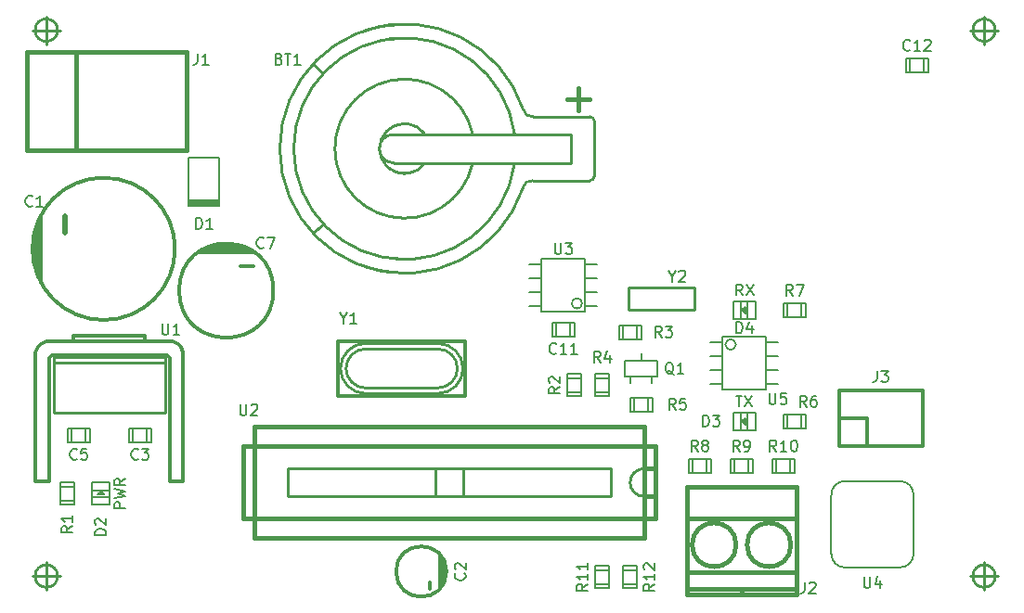
<source format=gbr>
G04 #@! TF.FileFunction,Legend,Top*
%FSLAX46Y46*%
G04 Gerber Fmt 4.6, Leading zero omitted, Abs format (unit mm)*
G04 Created by KiCad (PCBNEW 4.0.6) date 06/21/17 16:43:10*
%MOMM*%
%LPD*%
G01*
G04 APERTURE LIST*
%ADD10C,0.100000*%
%ADD11C,0.254000*%
%ADD12C,0.398780*%
%ADD13C,0.304800*%
%ADD14C,0.500000*%
%ADD15C,0.300000*%
%ADD16C,0.127000*%
%ADD17C,0.381000*%
%ADD18C,0.150000*%
%ADD19C,0.299720*%
G04 APERTURE END LIST*
D10*
D11*
X22200000Y-70780000D02*
X22200000Y-73320000D01*
X20930000Y-72050000D02*
X23470000Y-72050000D01*
X23223907Y-72050000D02*
G75*
G03X23223907Y-72050000I-1023907J0D01*
G01*
X46507400Y-40741600D02*
X47421800Y-39903400D01*
X46507400Y-25298400D02*
X47447200Y-26162000D01*
X56692800Y-31648400D02*
G75*
G03X53492400Y-31191200I-1828800J-1371600D01*
G01*
X53492400Y-34848800D02*
G75*
G03X56692800Y-34391600I1371600J1828800D01*
G01*
X52578000Y-33020000D02*
G75*
G03X54864000Y-35306000I2286000J0D01*
G01*
X54864000Y-30734000D02*
G75*
G03X52578000Y-33020000I0J-2286000D01*
G01*
X53492400Y-39217600D02*
G75*
G03X61061600Y-34391600I1371600J6197600D01*
G01*
X61061600Y-31623000D02*
G75*
G03X53467000Y-26822400I-6197600J-1397000D01*
G01*
X48514000Y-33020000D02*
G75*
G03X54864000Y-39370000I6350000J0D01*
G01*
X54838600Y-26670000D02*
G75*
G03X48514000Y-33045400I25400J-6350000D01*
G01*
X64897000Y-31673800D02*
G75*
G03X53517800Y-22987000I-10033000J-1346200D01*
G01*
X53517800Y-43053000D02*
G75*
G03X64897000Y-34366200I1346200J10033000D01*
G01*
X44754800Y-33020000D02*
G75*
G03X54864000Y-43129200I10109200J0D01*
G01*
X54864000Y-22910800D02*
G75*
G03X44754800Y-33020000I0J-10109200D01*
G01*
X66548000Y-30099000D02*
X71755000Y-30099000D01*
X65684400Y-29438600D02*
G75*
G03X51282600Y-22199600I-10820400J-3581400D01*
G01*
X71755000Y-35941000D02*
X66548000Y-35941000D01*
X51257200Y-43815000D02*
G75*
G03X65659000Y-36626800I3606800J10795000D01*
G01*
X72186800Y-30480000D02*
X72186800Y-35509200D01*
X43484800Y-33020000D02*
G75*
G03X54864000Y-44399200I11379200J0D01*
G01*
X54864000Y-21640800D02*
G75*
G03X43484800Y-33020000I0J-11379200D01*
G01*
X70063360Y-34320480D02*
X53863240Y-34320480D01*
X53863240Y-31719520D02*
X70063360Y-31719520D01*
X65709800Y-29464000D02*
G75*
G03X66598800Y-30099000I762000J127000D01*
G01*
X66548000Y-35941000D02*
G75*
G03X65659000Y-36576000I-127000J-762000D01*
G01*
D12*
X69702680Y-28511500D02*
X71704200Y-28511500D01*
X70705980Y-29514800D02*
X70705980Y-27510740D01*
D11*
X52562760Y-33020000D02*
G75*
G03X53863240Y-34320480I1300480J0D01*
G01*
X53863240Y-31719520D02*
G75*
G03X52562760Y-33020000I0J-1300480D01*
G01*
X70070980Y-31719520D02*
X70070980Y-34320480D01*
X71777860Y-35928300D02*
G75*
G03X72179180Y-35526980I0J401320D01*
G01*
X72179180Y-30513020D02*
G75*
G03X71777860Y-30111700I-401320J0D01*
G01*
D13*
X33932000Y-42164000D02*
G75*
G03X33932000Y-42164000I-6500000J0D01*
G01*
X21732000Y-45264000D02*
X21732000Y-39064000D01*
X21532000Y-39764000D02*
X21532000Y-44564000D01*
X21332000Y-40164000D02*
X21332000Y-44164000D01*
X21132000Y-43564000D02*
X21132000Y-40764000D01*
D14*
X23932000Y-40664000D02*
X23932000Y-39164000D01*
D13*
X58488000Y-70928000D02*
X58488000Y-72328000D01*
X58288000Y-70428000D02*
X58288000Y-72828000D01*
X58088000Y-70128000D02*
X58088000Y-73128000D01*
D15*
X57188000Y-72628000D02*
X57188000Y-73228000D01*
D13*
X58688000Y-71628000D02*
G75*
G03X58688000Y-71628000I-2300000J0D01*
G01*
D16*
X31369000Y-58547000D02*
X31369000Y-59817000D01*
X30099000Y-58547000D02*
X30099000Y-59791600D01*
X29718000Y-58547000D02*
X31750000Y-58547000D01*
X31750000Y-58547000D02*
X31750000Y-59817000D01*
X31750000Y-59817000D02*
X29718000Y-59817000D01*
X29718000Y-59817000D02*
X29718000Y-58547000D01*
X24511000Y-59817000D02*
X24511000Y-58547000D01*
X25781000Y-59817000D02*
X25781000Y-58572400D01*
X26162000Y-59817000D02*
X24130000Y-59817000D01*
X24130000Y-59817000D02*
X24130000Y-58547000D01*
X24130000Y-58547000D02*
X26162000Y-58547000D01*
X26162000Y-58547000D02*
X26162000Y-59817000D01*
D13*
X36208000Y-42474000D02*
X41008000Y-42474000D01*
X42908000Y-45974000D02*
G75*
G03X42908000Y-45974000I-4300000J0D01*
G01*
X36808000Y-42274000D02*
X40408000Y-42274000D01*
X37208000Y-42074000D02*
X40008000Y-42074000D01*
X37808000Y-41874000D02*
X39508000Y-41874000D01*
D15*
X39908000Y-43774000D02*
X41108000Y-43774000D01*
D16*
X68707000Y-50165000D02*
X68707000Y-48895000D01*
X69977000Y-50165000D02*
X69977000Y-48920400D01*
X70358000Y-50165000D02*
X68326000Y-50165000D01*
X68326000Y-50165000D02*
X68326000Y-48895000D01*
X68326000Y-48895000D02*
X70358000Y-48895000D01*
X70358000Y-48895000D02*
X70358000Y-50165000D01*
X102235000Y-24765000D02*
X102235000Y-26035000D01*
X100965000Y-24765000D02*
X100965000Y-26009600D01*
X100584000Y-24765000D02*
X102616000Y-24765000D01*
X102616000Y-24765000D02*
X102616000Y-26035000D01*
X102616000Y-26035000D02*
X100584000Y-26035000D01*
X100584000Y-26035000D02*
X100584000Y-24765000D01*
X35176460Y-38168580D02*
X37975540Y-38168580D01*
X37975540Y-38066980D02*
X35176460Y-38066980D01*
X35176460Y-37967920D02*
X37975540Y-37967920D01*
X37975540Y-37868860D02*
X35176460Y-37868860D01*
X37975540Y-37767260D02*
X35176460Y-37767260D01*
X37975540Y-38267640D02*
X37975540Y-33868360D01*
X37975540Y-33868360D02*
X35176460Y-33868360D01*
X35176460Y-33868360D02*
X35176460Y-38267640D01*
X35176460Y-38267640D02*
X37975540Y-38267640D01*
X27178000Y-64315340D02*
X26878280Y-64615060D01*
X26878280Y-64615060D02*
X27477720Y-64615060D01*
X27477720Y-64615060D02*
X27178000Y-64315340D01*
X27277060Y-64416940D02*
X27078940Y-64416940D01*
X26977340Y-64516000D02*
X27378660Y-64516000D01*
X27978100Y-64216280D02*
X26377900Y-64216280D01*
X26377900Y-64815720D02*
X27978100Y-64815720D01*
X26377900Y-65516760D02*
X26377900Y-63515240D01*
X26377900Y-63515240D02*
X27978100Y-63515240D01*
X27978100Y-63515240D02*
X27978100Y-65516760D01*
X27978100Y-65516760D02*
X26377900Y-65516760D01*
X85651340Y-57912000D02*
X85951060Y-58211720D01*
X85951060Y-58211720D02*
X85951060Y-57612280D01*
X85951060Y-57612280D02*
X85651340Y-57912000D01*
X85752940Y-57812940D02*
X85752940Y-58011060D01*
X85852000Y-58112660D02*
X85852000Y-57711340D01*
X85552280Y-57111900D02*
X85552280Y-58712100D01*
X86151720Y-58712100D02*
X86151720Y-57111900D01*
X86852760Y-58712100D02*
X84851240Y-58712100D01*
X84851240Y-58712100D02*
X84851240Y-57111900D01*
X84851240Y-57111900D02*
X86852760Y-57111900D01*
X86852760Y-57111900D02*
X86852760Y-58712100D01*
X85651340Y-47752000D02*
X85951060Y-48051720D01*
X85951060Y-48051720D02*
X85951060Y-47452280D01*
X85951060Y-47452280D02*
X85651340Y-47752000D01*
X85752940Y-47652940D02*
X85752940Y-47851060D01*
X85852000Y-47952660D02*
X85852000Y-47551340D01*
X85552280Y-46951900D02*
X85552280Y-48552100D01*
X86151720Y-48552100D02*
X86151720Y-46951900D01*
X86852760Y-48552100D02*
X84851240Y-48552100D01*
X84851240Y-48552100D02*
X84851240Y-46951900D01*
X84851240Y-46951900D02*
X86852760Y-46951900D01*
X86852760Y-46951900D02*
X86852760Y-48552100D01*
D17*
X24886920Y-24201120D02*
X24886920Y-33202880D01*
X20386040Y-24201120D02*
X20386040Y-33202880D01*
X20386040Y-33202880D02*
X34985960Y-33202880D01*
X34985960Y-33202880D02*
X34985960Y-24201120D01*
X34985960Y-24201120D02*
X20386040Y-24201120D01*
X85598000Y-73188000D02*
X85598000Y-73688000D01*
X90098000Y-69188000D02*
G75*
G03X90098000Y-69188000I-2000000J0D01*
G01*
X85098000Y-69188000D02*
G75*
G03X85098000Y-69188000I-2000000J0D01*
G01*
X80598000Y-71688000D02*
X90598000Y-71688000D01*
X80598000Y-66788000D02*
X90598000Y-66788000D01*
X80598000Y-73188000D02*
X90598000Y-73188000D01*
X80598000Y-73688000D02*
X90598000Y-73688000D01*
X90598000Y-73688000D02*
X90598000Y-63888000D01*
X90598000Y-63888000D02*
X80598000Y-63888000D01*
X80598000Y-63888000D02*
X80598000Y-73688000D01*
D13*
X94488000Y-55118000D02*
X102108000Y-55118000D01*
X102108000Y-55118000D02*
X102108000Y-60198000D01*
X102108000Y-60198000D02*
X94488000Y-60198000D01*
X94488000Y-57658000D02*
X97028000Y-57658000D01*
X97028000Y-57658000D02*
X97028000Y-60198000D01*
X94488000Y-55118000D02*
X94488000Y-60198000D01*
D16*
X77406500Y-53784500D02*
X77406500Y-54444900D01*
X75501500Y-53784500D02*
X75501500Y-54444900D01*
X76454000Y-52387500D02*
X76454000Y-51727100D01*
X74955400Y-52387500D02*
X77952600Y-52387500D01*
X77952600Y-52387500D02*
X77952600Y-53784500D01*
X77952600Y-53784500D02*
X74955400Y-53784500D01*
X74955400Y-53784500D02*
X74955400Y-52387500D01*
X24765000Y-65151000D02*
X23495000Y-65151000D01*
X24765000Y-63881000D02*
X23520400Y-63881000D01*
X24765000Y-63500000D02*
X24765000Y-65532000D01*
X24765000Y-65532000D02*
X23495000Y-65532000D01*
X23495000Y-65532000D02*
X23495000Y-63500000D01*
X23495000Y-63500000D02*
X24765000Y-63500000D01*
X69723000Y-53975000D02*
X70993000Y-53975000D01*
X69723000Y-55245000D02*
X70967600Y-55245000D01*
X69723000Y-55626000D02*
X69723000Y-53594000D01*
X69723000Y-53594000D02*
X70993000Y-53594000D01*
X70993000Y-53594000D02*
X70993000Y-55626000D01*
X70993000Y-55626000D02*
X69723000Y-55626000D01*
X76073000Y-49149000D02*
X76073000Y-50419000D01*
X74803000Y-49149000D02*
X74803000Y-50393600D01*
X74422000Y-49149000D02*
X76454000Y-49149000D01*
X76454000Y-49149000D02*
X76454000Y-50419000D01*
X76454000Y-50419000D02*
X74422000Y-50419000D01*
X74422000Y-50419000D02*
X74422000Y-49149000D01*
X72263000Y-53975000D02*
X73533000Y-53975000D01*
X72263000Y-55245000D02*
X73507600Y-55245000D01*
X72263000Y-55626000D02*
X72263000Y-53594000D01*
X72263000Y-53594000D02*
X73533000Y-53594000D01*
X73533000Y-53594000D02*
X73533000Y-55626000D01*
X73533000Y-55626000D02*
X72263000Y-55626000D01*
X75819000Y-57023000D02*
X75819000Y-55753000D01*
X77089000Y-57023000D02*
X77089000Y-55778400D01*
X77470000Y-57023000D02*
X75438000Y-57023000D01*
X75438000Y-57023000D02*
X75438000Y-55753000D01*
X75438000Y-55753000D02*
X77470000Y-55753000D01*
X77470000Y-55753000D02*
X77470000Y-57023000D01*
X89789000Y-58547000D02*
X89789000Y-57277000D01*
X91059000Y-58547000D02*
X91059000Y-57302400D01*
X91440000Y-58547000D02*
X89408000Y-58547000D01*
X89408000Y-58547000D02*
X89408000Y-57277000D01*
X89408000Y-57277000D02*
X91440000Y-57277000D01*
X91440000Y-57277000D02*
X91440000Y-58547000D01*
X89789000Y-48387000D02*
X89789000Y-47117000D01*
X91059000Y-48387000D02*
X91059000Y-47142400D01*
X91440000Y-48387000D02*
X89408000Y-48387000D01*
X89408000Y-48387000D02*
X89408000Y-47117000D01*
X89408000Y-47117000D02*
X91440000Y-47117000D01*
X91440000Y-47117000D02*
X91440000Y-48387000D01*
X82423000Y-61341000D02*
X82423000Y-62611000D01*
X81153000Y-61341000D02*
X81153000Y-62585600D01*
X80772000Y-61341000D02*
X82804000Y-61341000D01*
X82804000Y-61341000D02*
X82804000Y-62611000D01*
X82804000Y-62611000D02*
X80772000Y-62611000D01*
X80772000Y-62611000D02*
X80772000Y-61341000D01*
X86233000Y-61341000D02*
X86233000Y-62611000D01*
X84963000Y-61341000D02*
X84963000Y-62585600D01*
X84582000Y-61341000D02*
X86614000Y-61341000D01*
X86614000Y-61341000D02*
X86614000Y-62611000D01*
X86614000Y-62611000D02*
X84582000Y-62611000D01*
X84582000Y-62611000D02*
X84582000Y-61341000D01*
X90043000Y-61341000D02*
X90043000Y-62611000D01*
X88773000Y-61341000D02*
X88773000Y-62585600D01*
X88392000Y-61341000D02*
X90424000Y-61341000D01*
X90424000Y-61341000D02*
X90424000Y-62611000D01*
X90424000Y-62611000D02*
X88392000Y-62611000D01*
X88392000Y-62611000D02*
X88392000Y-61341000D01*
D13*
X24688800Y-50609500D02*
X24688800Y-50109120D01*
X24688800Y-50109120D02*
X31191200Y-50109120D01*
X31191200Y-50109120D02*
X31191200Y-50609500D01*
X22440900Y-63360300D02*
X22440900Y-52110640D01*
X22440900Y-52110640D02*
X22689820Y-51859180D01*
X22689820Y-51859180D02*
X33190180Y-51859180D01*
X33190180Y-51859180D02*
X33439100Y-52110640D01*
X33439100Y-52110640D02*
X33439100Y-63360300D01*
X21191220Y-51610260D02*
X21191220Y-63360300D01*
X33690560Y-50609500D02*
X22189440Y-50609500D01*
X33690560Y-50609500D02*
X34190940Y-50860960D01*
X34190940Y-50860960D02*
X34439860Y-51109880D01*
X34439860Y-51109880D02*
X34688780Y-51610260D01*
X34688780Y-51610260D02*
X34688780Y-63360300D01*
X21191220Y-51610260D02*
X21440140Y-51109880D01*
X21440140Y-51109880D02*
X21689060Y-50860960D01*
X21689060Y-50860960D02*
X22189440Y-50609500D01*
X34688780Y-63360300D02*
X33439100Y-63360300D01*
X22440900Y-63360300D02*
X21191220Y-63360300D01*
D11*
X22860000Y-52578000D02*
X33020000Y-52578000D01*
X22860000Y-53340000D02*
X22860000Y-57150000D01*
X22860000Y-57150000D02*
X33020000Y-57150000D01*
X33020000Y-57150000D02*
X33020000Y-52070000D01*
X33020000Y-52070000D02*
X22860000Y-52070000D01*
X22860000Y-52070000D02*
X22860000Y-53340000D01*
D17*
X76708000Y-68580000D02*
X41148000Y-68580000D01*
X40132000Y-66802000D02*
X77724000Y-66802000D01*
X76708000Y-58420000D02*
X41148000Y-58420000D01*
X40132000Y-60198000D02*
X77724000Y-60198000D01*
D11*
X73660000Y-62230000D02*
X44196000Y-62230000D01*
X44196000Y-64770000D02*
X73660000Y-64770000D01*
X57658000Y-64770000D02*
X57658000Y-62230000D01*
X60198000Y-64770000D02*
X60198000Y-62230000D01*
D17*
X76708000Y-64770000D02*
X76708000Y-62230000D01*
D11*
X75438000Y-63500000D02*
G75*
G03X76708000Y-64770000I1270000J0D01*
G01*
X76708000Y-62230000D02*
G75*
G03X75438000Y-63500000I0J-1270000D01*
G01*
D17*
X76708000Y-62230000D02*
X77724000Y-62230000D01*
X76708000Y-64770000D02*
X77724000Y-64770000D01*
D11*
X73660000Y-64770000D02*
X73660000Y-62230000D01*
X44196000Y-62230000D02*
X44196000Y-64770000D01*
D17*
X41148000Y-68580000D02*
X41148000Y-58420000D01*
X76708000Y-58420000D02*
X76708000Y-68580000D01*
X40132000Y-66802000D02*
X40132000Y-60198000D01*
X77724000Y-60198000D02*
X77724000Y-66802000D01*
D16*
X67360800Y-47879000D02*
X71323200Y-47879000D01*
X71323200Y-47879000D02*
X71323200Y-43053000D01*
X71323200Y-43053000D02*
X67360800Y-43053000D01*
X67360800Y-43053000D02*
X67360800Y-47879000D01*
X67360800Y-47371000D02*
X66268600Y-47371000D01*
X67360800Y-46101000D02*
X66268600Y-46101000D01*
X67360800Y-44831000D02*
X66268600Y-44831000D01*
X66268600Y-43561000D02*
X67360800Y-43561000D01*
X71323200Y-43561000D02*
X72415400Y-43561000D01*
X72415400Y-44831000D02*
X71323200Y-44831000D01*
X72415400Y-46101000D02*
X71323200Y-46101000D01*
X72415400Y-47371000D02*
X71323200Y-47371000D01*
X71059067Y-47142400D02*
G75*
G03X71059067Y-47142400I-472467J0D01*
G01*
D18*
X101286000Y-70010000D02*
X101286000Y-64660000D01*
X100036000Y-71260000D02*
G75*
G03X101286000Y-70010000I0J1250000D01*
G01*
X95036000Y-71260000D02*
X100036000Y-71260000D01*
X93786000Y-70010000D02*
G75*
G03X95036000Y-71260000I1250000J0D01*
G01*
X93786000Y-64660000D02*
X93786000Y-70010000D01*
X101286000Y-64660000D02*
G75*
G03X100086000Y-63360000I-1250000J50000D01*
G01*
X94986000Y-63360000D02*
X100086000Y-63360000D01*
X94986000Y-63360000D02*
G75*
G03X93786000Y-64660000I50000J-1250000D01*
G01*
D16*
X87833200Y-50165000D02*
X83870800Y-50165000D01*
X83870800Y-50165000D02*
X83870800Y-54991000D01*
X83870800Y-54991000D02*
X87833200Y-54991000D01*
X87833200Y-54991000D02*
X87833200Y-50165000D01*
X87833200Y-50673000D02*
X88925400Y-50673000D01*
X87833200Y-51943000D02*
X88925400Y-51943000D01*
X87833200Y-53213000D02*
X88925400Y-53213000D01*
X88925400Y-54483000D02*
X87833200Y-54483000D01*
X83870800Y-54483000D02*
X82778600Y-54483000D01*
X82778600Y-53213000D02*
X83870800Y-53213000D01*
X82778600Y-51943000D02*
X83870800Y-51943000D01*
X82778600Y-50673000D02*
X83870800Y-50673000D01*
X85079867Y-50901600D02*
G75*
G03X85079867Y-50901600I-472467J0D01*
G01*
D19*
X60408820Y-55585360D02*
X60408820Y-50586640D01*
X60408820Y-50586640D02*
X48811180Y-50586640D01*
X48811180Y-50586640D02*
X48811180Y-55585360D01*
X48811180Y-55585360D02*
X60408820Y-55585360D01*
D11*
X49022000Y-53086000D02*
G75*
G03X51308000Y-55372000I2286000J0D01*
G01*
X57912000Y-51308000D02*
X51308000Y-51308000D01*
X51308000Y-54864000D02*
X57912000Y-54864000D01*
X51308000Y-51308000D02*
G75*
G03X49530000Y-53086000I0J-1778000D01*
G01*
X49530000Y-53086000D02*
G75*
G03X51308000Y-54864000I1778000J0D01*
G01*
X59690000Y-53086000D02*
G75*
G03X57912000Y-51308000I-1778000J0D01*
G01*
X57912000Y-54864000D02*
G75*
G03X59690000Y-53086000I0J1778000D01*
G01*
X51308000Y-50800000D02*
G75*
G03X49022000Y-53086000I0J-2286000D01*
G01*
X51308000Y-50800000D02*
X57912000Y-50800000D01*
X57912000Y-55372000D02*
X51308000Y-55372000D01*
X60198000Y-53086000D02*
G75*
G03X57912000Y-50800000I-2286000J0D01*
G01*
X57912000Y-55372000D02*
G75*
G03X60198000Y-53086000I0J2286000D01*
G01*
X75278000Y-47736000D02*
X81278000Y-47736000D01*
X75278000Y-47736000D02*
X75278000Y-45736000D01*
X75278000Y-45736000D02*
X81278000Y-45736000D01*
X81278000Y-47736000D02*
X81278000Y-45736000D01*
X22200000Y-20930000D02*
X22200000Y-23470000D01*
X20930000Y-22200000D02*
X23470000Y-22200000D01*
X23223907Y-22200000D02*
G75*
G03X23223907Y-22200000I-1023907J0D01*
G01*
X107720000Y-20930000D02*
X107720000Y-23470000D01*
X106450000Y-22200000D02*
X108990000Y-22200000D01*
X108743907Y-22200000D02*
G75*
G03X108743907Y-22200000I-1023907J0D01*
G01*
X107720000Y-70780000D02*
X107720000Y-73320000D01*
X106450000Y-72050000D02*
X108990000Y-72050000D01*
X108743907Y-72050000D02*
G75*
G03X108743907Y-72050000I-1023907J0D01*
G01*
D16*
X72263000Y-71501000D02*
X73533000Y-71501000D01*
X72263000Y-72771000D02*
X73507600Y-72771000D01*
X72263000Y-73152000D02*
X72263000Y-71120000D01*
X72263000Y-71120000D02*
X73533000Y-71120000D01*
X73533000Y-71120000D02*
X73533000Y-73152000D01*
X73533000Y-73152000D02*
X72263000Y-73152000D01*
X74803000Y-71501000D02*
X76073000Y-71501000D01*
X74803000Y-72771000D02*
X76047600Y-72771000D01*
X74803000Y-73152000D02*
X74803000Y-71120000D01*
X74803000Y-71120000D02*
X76073000Y-71120000D01*
X76073000Y-71120000D02*
X76073000Y-73152000D01*
X76073000Y-73152000D02*
X74803000Y-73152000D01*
D18*
X43410286Y-24820571D02*
X43553143Y-24868190D01*
X43600762Y-24915810D01*
X43648381Y-25011048D01*
X43648381Y-25153905D01*
X43600762Y-25249143D01*
X43553143Y-25296762D01*
X43457905Y-25344381D01*
X43076952Y-25344381D01*
X43076952Y-24344381D01*
X43410286Y-24344381D01*
X43505524Y-24392000D01*
X43553143Y-24439619D01*
X43600762Y-24534857D01*
X43600762Y-24630095D01*
X43553143Y-24725333D01*
X43505524Y-24772952D01*
X43410286Y-24820571D01*
X43076952Y-24820571D01*
X43934095Y-24344381D02*
X44505524Y-24344381D01*
X44219809Y-25344381D02*
X44219809Y-24344381D01*
X45362667Y-25344381D02*
X44791238Y-25344381D01*
X45076952Y-25344381D02*
X45076952Y-24344381D01*
X44981714Y-24487238D01*
X44886476Y-24582476D01*
X44791238Y-24630095D01*
X20915334Y-38203143D02*
X20867715Y-38250762D01*
X20724858Y-38298381D01*
X20629620Y-38298381D01*
X20486762Y-38250762D01*
X20391524Y-38155524D01*
X20343905Y-38060286D01*
X20296286Y-37869810D01*
X20296286Y-37726952D01*
X20343905Y-37536476D01*
X20391524Y-37441238D01*
X20486762Y-37346000D01*
X20629620Y-37298381D01*
X20724858Y-37298381D01*
X20867715Y-37346000D01*
X20915334Y-37393619D01*
X21867715Y-38298381D02*
X21296286Y-38298381D01*
X21582000Y-38298381D02*
X21582000Y-37298381D01*
X21486762Y-37441238D01*
X21391524Y-37536476D01*
X21296286Y-37584095D01*
X60345143Y-71794666D02*
X60392762Y-71842285D01*
X60440381Y-71985142D01*
X60440381Y-72080380D01*
X60392762Y-72223238D01*
X60297524Y-72318476D01*
X60202286Y-72366095D01*
X60011810Y-72413714D01*
X59868952Y-72413714D01*
X59678476Y-72366095D01*
X59583238Y-72318476D01*
X59488000Y-72223238D01*
X59440381Y-72080380D01*
X59440381Y-71985142D01*
X59488000Y-71842285D01*
X59535619Y-71794666D01*
X59535619Y-71413714D02*
X59488000Y-71366095D01*
X59440381Y-71270857D01*
X59440381Y-71032761D01*
X59488000Y-70937523D01*
X59535619Y-70889904D01*
X59630857Y-70842285D01*
X59726095Y-70842285D01*
X59868952Y-70889904D01*
X60440381Y-71461333D01*
X60440381Y-70842285D01*
X30567334Y-61317143D02*
X30519715Y-61364762D01*
X30376858Y-61412381D01*
X30281620Y-61412381D01*
X30138762Y-61364762D01*
X30043524Y-61269524D01*
X29995905Y-61174286D01*
X29948286Y-60983810D01*
X29948286Y-60840952D01*
X29995905Y-60650476D01*
X30043524Y-60555238D01*
X30138762Y-60460000D01*
X30281620Y-60412381D01*
X30376858Y-60412381D01*
X30519715Y-60460000D01*
X30567334Y-60507619D01*
X30900667Y-60412381D02*
X31519715Y-60412381D01*
X31186381Y-60793333D01*
X31329239Y-60793333D01*
X31424477Y-60840952D01*
X31472096Y-60888571D01*
X31519715Y-60983810D01*
X31519715Y-61221905D01*
X31472096Y-61317143D01*
X31424477Y-61364762D01*
X31329239Y-61412381D01*
X31043524Y-61412381D01*
X30948286Y-61364762D01*
X30900667Y-61317143D01*
X24979334Y-61317143D02*
X24931715Y-61364762D01*
X24788858Y-61412381D01*
X24693620Y-61412381D01*
X24550762Y-61364762D01*
X24455524Y-61269524D01*
X24407905Y-61174286D01*
X24360286Y-60983810D01*
X24360286Y-60840952D01*
X24407905Y-60650476D01*
X24455524Y-60555238D01*
X24550762Y-60460000D01*
X24693620Y-60412381D01*
X24788858Y-60412381D01*
X24931715Y-60460000D01*
X24979334Y-60507619D01*
X25884096Y-60412381D02*
X25407905Y-60412381D01*
X25360286Y-60888571D01*
X25407905Y-60840952D01*
X25503143Y-60793333D01*
X25741239Y-60793333D01*
X25836477Y-60840952D01*
X25884096Y-60888571D01*
X25931715Y-60983810D01*
X25931715Y-61221905D01*
X25884096Y-61317143D01*
X25836477Y-61364762D01*
X25741239Y-61412381D01*
X25503143Y-61412381D01*
X25407905Y-61364762D01*
X25360286Y-61317143D01*
X41997334Y-42013143D02*
X41949715Y-42060762D01*
X41806858Y-42108381D01*
X41711620Y-42108381D01*
X41568762Y-42060762D01*
X41473524Y-41965524D01*
X41425905Y-41870286D01*
X41378286Y-41679810D01*
X41378286Y-41536952D01*
X41425905Y-41346476D01*
X41473524Y-41251238D01*
X41568762Y-41156000D01*
X41711620Y-41108381D01*
X41806858Y-41108381D01*
X41949715Y-41156000D01*
X41997334Y-41203619D01*
X42330667Y-41108381D02*
X42997334Y-41108381D01*
X42568762Y-42108381D01*
X68699143Y-51665143D02*
X68651524Y-51712762D01*
X68508667Y-51760381D01*
X68413429Y-51760381D01*
X68270571Y-51712762D01*
X68175333Y-51617524D01*
X68127714Y-51522286D01*
X68080095Y-51331810D01*
X68080095Y-51188952D01*
X68127714Y-50998476D01*
X68175333Y-50903238D01*
X68270571Y-50808000D01*
X68413429Y-50760381D01*
X68508667Y-50760381D01*
X68651524Y-50808000D01*
X68699143Y-50855619D01*
X69651524Y-51760381D02*
X69080095Y-51760381D01*
X69365809Y-51760381D02*
X69365809Y-50760381D01*
X69270571Y-50903238D01*
X69175333Y-50998476D01*
X69080095Y-51046095D01*
X70603905Y-51760381D02*
X70032476Y-51760381D01*
X70318190Y-51760381D02*
X70318190Y-50760381D01*
X70222952Y-50903238D01*
X70127714Y-50998476D01*
X70032476Y-51046095D01*
X100957143Y-23979143D02*
X100909524Y-24026762D01*
X100766667Y-24074381D01*
X100671429Y-24074381D01*
X100528571Y-24026762D01*
X100433333Y-23931524D01*
X100385714Y-23836286D01*
X100338095Y-23645810D01*
X100338095Y-23502952D01*
X100385714Y-23312476D01*
X100433333Y-23217238D01*
X100528571Y-23122000D01*
X100671429Y-23074381D01*
X100766667Y-23074381D01*
X100909524Y-23122000D01*
X100957143Y-23169619D01*
X101909524Y-24074381D02*
X101338095Y-24074381D01*
X101623809Y-24074381D02*
X101623809Y-23074381D01*
X101528571Y-23217238D01*
X101433333Y-23312476D01*
X101338095Y-23360095D01*
X102290476Y-23169619D02*
X102338095Y-23122000D01*
X102433333Y-23074381D01*
X102671429Y-23074381D01*
X102766667Y-23122000D01*
X102814286Y-23169619D01*
X102861905Y-23264857D01*
X102861905Y-23360095D01*
X102814286Y-23502952D01*
X102242857Y-24074381D01*
X102861905Y-24074381D01*
X35837905Y-40330381D02*
X35837905Y-39330381D01*
X36076000Y-39330381D01*
X36218858Y-39378000D01*
X36314096Y-39473238D01*
X36361715Y-39568476D01*
X36409334Y-39758952D01*
X36409334Y-39901810D01*
X36361715Y-40092286D01*
X36314096Y-40187524D01*
X36218858Y-40282762D01*
X36076000Y-40330381D01*
X35837905Y-40330381D01*
X37361715Y-40330381D02*
X36790286Y-40330381D01*
X37076000Y-40330381D02*
X37076000Y-39330381D01*
X36980762Y-39473238D01*
X36885524Y-39568476D01*
X36790286Y-39616095D01*
X27630381Y-68302095D02*
X26630381Y-68302095D01*
X26630381Y-68064000D01*
X26678000Y-67921142D01*
X26773238Y-67825904D01*
X26868476Y-67778285D01*
X27058952Y-67730666D01*
X27201810Y-67730666D01*
X27392286Y-67778285D01*
X27487524Y-67825904D01*
X27582762Y-67921142D01*
X27630381Y-68064000D01*
X27630381Y-68302095D01*
X26725619Y-67349714D02*
X26678000Y-67302095D01*
X26630381Y-67206857D01*
X26630381Y-66968761D01*
X26678000Y-66873523D01*
X26725619Y-66825904D01*
X26820857Y-66778285D01*
X26916095Y-66778285D01*
X27058952Y-66825904D01*
X27630381Y-67397333D01*
X27630381Y-66778285D01*
X29408381Y-65849333D02*
X28408381Y-65849333D01*
X28408381Y-65468380D01*
X28456000Y-65373142D01*
X28503619Y-65325523D01*
X28598857Y-65277904D01*
X28741714Y-65277904D01*
X28836952Y-65325523D01*
X28884571Y-65373142D01*
X28932190Y-65468380D01*
X28932190Y-65849333D01*
X28408381Y-64944571D02*
X29408381Y-64706476D01*
X28694095Y-64515999D01*
X29408381Y-64325523D01*
X28408381Y-64087428D01*
X29408381Y-63135047D02*
X28932190Y-63468381D01*
X29408381Y-63706476D02*
X28408381Y-63706476D01*
X28408381Y-63325523D01*
X28456000Y-63230285D01*
X28503619Y-63182666D01*
X28598857Y-63135047D01*
X28741714Y-63135047D01*
X28836952Y-63182666D01*
X28884571Y-63230285D01*
X28932190Y-63325523D01*
X28932190Y-63706476D01*
X82065905Y-58364381D02*
X82065905Y-57364381D01*
X82304000Y-57364381D01*
X82446858Y-57412000D01*
X82542096Y-57507238D01*
X82589715Y-57602476D01*
X82637334Y-57792952D01*
X82637334Y-57935810D01*
X82589715Y-58126286D01*
X82542096Y-58221524D01*
X82446858Y-58316762D01*
X82304000Y-58364381D01*
X82065905Y-58364381D01*
X82970667Y-57364381D02*
X83589715Y-57364381D01*
X83256381Y-57745333D01*
X83399239Y-57745333D01*
X83494477Y-57792952D01*
X83542096Y-57840571D01*
X83589715Y-57935810D01*
X83589715Y-58173905D01*
X83542096Y-58269143D01*
X83494477Y-58316762D01*
X83399239Y-58364381D01*
X83113524Y-58364381D01*
X83018286Y-58316762D01*
X82970667Y-58269143D01*
X85090095Y-55563521D02*
X85661524Y-55563521D01*
X85375809Y-56563521D02*
X85375809Y-55563521D01*
X85899619Y-55563521D02*
X86566286Y-56563521D01*
X86566286Y-55563521D02*
X85899619Y-56563521D01*
X85113905Y-49855381D02*
X85113905Y-48855381D01*
X85352000Y-48855381D01*
X85494858Y-48903000D01*
X85590096Y-48998238D01*
X85637715Y-49093476D01*
X85685334Y-49283952D01*
X85685334Y-49426810D01*
X85637715Y-49617286D01*
X85590096Y-49712524D01*
X85494858Y-49807762D01*
X85352000Y-49855381D01*
X85113905Y-49855381D01*
X86542477Y-49188714D02*
X86542477Y-49855381D01*
X86304381Y-48807762D02*
X86066286Y-49522048D01*
X86685334Y-49522048D01*
X85685334Y-46403521D02*
X85352000Y-45927330D01*
X85113905Y-46403521D02*
X85113905Y-45403521D01*
X85494858Y-45403521D01*
X85590096Y-45451140D01*
X85637715Y-45498759D01*
X85685334Y-45593997D01*
X85685334Y-45736854D01*
X85637715Y-45832092D01*
X85590096Y-45879711D01*
X85494858Y-45927330D01*
X85113905Y-45927330D01*
X86018667Y-45403521D02*
X86685334Y-46403521D01*
X86685334Y-45403521D02*
X86018667Y-46403521D01*
X35988667Y-24344381D02*
X35988667Y-25058667D01*
X35941047Y-25201524D01*
X35845809Y-25296762D01*
X35702952Y-25344381D01*
X35607714Y-25344381D01*
X36988667Y-25344381D02*
X36417238Y-25344381D01*
X36702952Y-25344381D02*
X36702952Y-24344381D01*
X36607714Y-24487238D01*
X36512476Y-24582476D01*
X36417238Y-24630095D01*
X91360667Y-72604381D02*
X91360667Y-73318667D01*
X91313047Y-73461524D01*
X91217809Y-73556762D01*
X91074952Y-73604381D01*
X90979714Y-73604381D01*
X91789238Y-72699619D02*
X91836857Y-72652000D01*
X91932095Y-72604381D01*
X92170191Y-72604381D01*
X92265429Y-72652000D01*
X92313048Y-72699619D01*
X92360667Y-72794857D01*
X92360667Y-72890095D01*
X92313048Y-73032952D01*
X91741619Y-73604381D01*
X92360667Y-73604381D01*
X97964667Y-53300381D02*
X97964667Y-54014667D01*
X97917047Y-54157524D01*
X97821809Y-54252762D01*
X97678952Y-54300381D01*
X97583714Y-54300381D01*
X98345619Y-53300381D02*
X98964667Y-53300381D01*
X98631333Y-53681333D01*
X98774191Y-53681333D01*
X98869429Y-53728952D01*
X98917048Y-53776571D01*
X98964667Y-53871810D01*
X98964667Y-54109905D01*
X98917048Y-54205143D01*
X98869429Y-54252762D01*
X98774191Y-54300381D01*
X98488476Y-54300381D01*
X98393238Y-54252762D01*
X98345619Y-54205143D01*
X79406762Y-53633619D02*
X79311524Y-53586000D01*
X79216286Y-53490762D01*
X79073429Y-53347905D01*
X78978190Y-53300286D01*
X78882952Y-53300286D01*
X78930571Y-53538381D02*
X78835333Y-53490762D01*
X78740095Y-53395524D01*
X78692476Y-53205048D01*
X78692476Y-52871714D01*
X78740095Y-52681238D01*
X78835333Y-52586000D01*
X78930571Y-52538381D01*
X79121048Y-52538381D01*
X79216286Y-52586000D01*
X79311524Y-52681238D01*
X79359143Y-52871714D01*
X79359143Y-53205048D01*
X79311524Y-53395524D01*
X79216286Y-53490762D01*
X79121048Y-53538381D01*
X78930571Y-53538381D01*
X80311524Y-53538381D02*
X79740095Y-53538381D01*
X80025809Y-53538381D02*
X80025809Y-52538381D01*
X79930571Y-52681238D01*
X79835333Y-52776476D01*
X79740095Y-52824095D01*
X24582381Y-67476666D02*
X24106190Y-67810000D01*
X24582381Y-68048095D02*
X23582381Y-68048095D01*
X23582381Y-67667142D01*
X23630000Y-67571904D01*
X23677619Y-67524285D01*
X23772857Y-67476666D01*
X23915714Y-67476666D01*
X24010952Y-67524285D01*
X24058571Y-67571904D01*
X24106190Y-67667142D01*
X24106190Y-68048095D01*
X24582381Y-66524285D02*
X24582381Y-67095714D01*
X24582381Y-66810000D02*
X23582381Y-66810000D01*
X23725238Y-66905238D01*
X23820476Y-67000476D01*
X23868095Y-67095714D01*
X69032381Y-54776666D02*
X68556190Y-55110000D01*
X69032381Y-55348095D02*
X68032381Y-55348095D01*
X68032381Y-54967142D01*
X68080000Y-54871904D01*
X68127619Y-54824285D01*
X68222857Y-54776666D01*
X68365714Y-54776666D01*
X68460952Y-54824285D01*
X68508571Y-54871904D01*
X68556190Y-54967142D01*
X68556190Y-55348095D01*
X68127619Y-54395714D02*
X68080000Y-54348095D01*
X68032381Y-54252857D01*
X68032381Y-54014761D01*
X68080000Y-53919523D01*
X68127619Y-53871904D01*
X68222857Y-53824285D01*
X68318095Y-53824285D01*
X68460952Y-53871904D01*
X69032381Y-54443333D01*
X69032381Y-53824285D01*
X78319334Y-50236381D02*
X77986000Y-49760190D01*
X77747905Y-50236381D02*
X77747905Y-49236381D01*
X78128858Y-49236381D01*
X78224096Y-49284000D01*
X78271715Y-49331619D01*
X78319334Y-49426857D01*
X78319334Y-49569714D01*
X78271715Y-49664952D01*
X78224096Y-49712571D01*
X78128858Y-49760190D01*
X77747905Y-49760190D01*
X78652667Y-49236381D02*
X79271715Y-49236381D01*
X78938381Y-49617333D01*
X79081239Y-49617333D01*
X79176477Y-49664952D01*
X79224096Y-49712571D01*
X79271715Y-49807810D01*
X79271715Y-50045905D01*
X79224096Y-50141143D01*
X79176477Y-50188762D01*
X79081239Y-50236381D01*
X78795524Y-50236381D01*
X78700286Y-50188762D01*
X78652667Y-50141143D01*
X72731334Y-52522381D02*
X72398000Y-52046190D01*
X72159905Y-52522381D02*
X72159905Y-51522381D01*
X72540858Y-51522381D01*
X72636096Y-51570000D01*
X72683715Y-51617619D01*
X72731334Y-51712857D01*
X72731334Y-51855714D01*
X72683715Y-51950952D01*
X72636096Y-51998571D01*
X72540858Y-52046190D01*
X72159905Y-52046190D01*
X73588477Y-51855714D02*
X73588477Y-52522381D01*
X73350381Y-51474762D02*
X73112286Y-52189048D01*
X73731334Y-52189048D01*
X79589334Y-56840381D02*
X79256000Y-56364190D01*
X79017905Y-56840381D02*
X79017905Y-55840381D01*
X79398858Y-55840381D01*
X79494096Y-55888000D01*
X79541715Y-55935619D01*
X79589334Y-56030857D01*
X79589334Y-56173714D01*
X79541715Y-56268952D01*
X79494096Y-56316571D01*
X79398858Y-56364190D01*
X79017905Y-56364190D01*
X80494096Y-55840381D02*
X80017905Y-55840381D01*
X79970286Y-56316571D01*
X80017905Y-56268952D01*
X80113143Y-56221333D01*
X80351239Y-56221333D01*
X80446477Y-56268952D01*
X80494096Y-56316571D01*
X80541715Y-56411810D01*
X80541715Y-56649905D01*
X80494096Y-56745143D01*
X80446477Y-56792762D01*
X80351239Y-56840381D01*
X80113143Y-56840381D01*
X80017905Y-56792762D01*
X79970286Y-56745143D01*
X91527334Y-56586381D02*
X91194000Y-56110190D01*
X90955905Y-56586381D02*
X90955905Y-55586381D01*
X91336858Y-55586381D01*
X91432096Y-55634000D01*
X91479715Y-55681619D01*
X91527334Y-55776857D01*
X91527334Y-55919714D01*
X91479715Y-56014952D01*
X91432096Y-56062571D01*
X91336858Y-56110190D01*
X90955905Y-56110190D01*
X92384477Y-55586381D02*
X92194000Y-55586381D01*
X92098762Y-55634000D01*
X92051143Y-55681619D01*
X91955905Y-55824476D01*
X91908286Y-56014952D01*
X91908286Y-56395905D01*
X91955905Y-56491143D01*
X92003524Y-56538762D01*
X92098762Y-56586381D01*
X92289239Y-56586381D01*
X92384477Y-56538762D01*
X92432096Y-56491143D01*
X92479715Y-56395905D01*
X92479715Y-56157810D01*
X92432096Y-56062571D01*
X92384477Y-56014952D01*
X92289239Y-55967333D01*
X92098762Y-55967333D01*
X92003524Y-56014952D01*
X91955905Y-56062571D01*
X91908286Y-56157810D01*
X90257334Y-46426381D02*
X89924000Y-45950190D01*
X89685905Y-46426381D02*
X89685905Y-45426381D01*
X90066858Y-45426381D01*
X90162096Y-45474000D01*
X90209715Y-45521619D01*
X90257334Y-45616857D01*
X90257334Y-45759714D01*
X90209715Y-45854952D01*
X90162096Y-45902571D01*
X90066858Y-45950190D01*
X89685905Y-45950190D01*
X90590667Y-45426381D02*
X91257334Y-45426381D01*
X90828762Y-46426381D01*
X81621334Y-60650381D02*
X81288000Y-60174190D01*
X81049905Y-60650381D02*
X81049905Y-59650381D01*
X81430858Y-59650381D01*
X81526096Y-59698000D01*
X81573715Y-59745619D01*
X81621334Y-59840857D01*
X81621334Y-59983714D01*
X81573715Y-60078952D01*
X81526096Y-60126571D01*
X81430858Y-60174190D01*
X81049905Y-60174190D01*
X82192762Y-60078952D02*
X82097524Y-60031333D01*
X82049905Y-59983714D01*
X82002286Y-59888476D01*
X82002286Y-59840857D01*
X82049905Y-59745619D01*
X82097524Y-59698000D01*
X82192762Y-59650381D01*
X82383239Y-59650381D01*
X82478477Y-59698000D01*
X82526096Y-59745619D01*
X82573715Y-59840857D01*
X82573715Y-59888476D01*
X82526096Y-59983714D01*
X82478477Y-60031333D01*
X82383239Y-60078952D01*
X82192762Y-60078952D01*
X82097524Y-60126571D01*
X82049905Y-60174190D01*
X82002286Y-60269429D01*
X82002286Y-60459905D01*
X82049905Y-60555143D01*
X82097524Y-60602762D01*
X82192762Y-60650381D01*
X82383239Y-60650381D01*
X82478477Y-60602762D01*
X82526096Y-60555143D01*
X82573715Y-60459905D01*
X82573715Y-60269429D01*
X82526096Y-60174190D01*
X82478477Y-60126571D01*
X82383239Y-60078952D01*
X85431334Y-60650381D02*
X85098000Y-60174190D01*
X84859905Y-60650381D02*
X84859905Y-59650381D01*
X85240858Y-59650381D01*
X85336096Y-59698000D01*
X85383715Y-59745619D01*
X85431334Y-59840857D01*
X85431334Y-59983714D01*
X85383715Y-60078952D01*
X85336096Y-60126571D01*
X85240858Y-60174190D01*
X84859905Y-60174190D01*
X85907524Y-60650381D02*
X86098000Y-60650381D01*
X86193239Y-60602762D01*
X86240858Y-60555143D01*
X86336096Y-60412286D01*
X86383715Y-60221810D01*
X86383715Y-59840857D01*
X86336096Y-59745619D01*
X86288477Y-59698000D01*
X86193239Y-59650381D01*
X86002762Y-59650381D01*
X85907524Y-59698000D01*
X85859905Y-59745619D01*
X85812286Y-59840857D01*
X85812286Y-60078952D01*
X85859905Y-60174190D01*
X85907524Y-60221810D01*
X86002762Y-60269429D01*
X86193239Y-60269429D01*
X86288477Y-60221810D01*
X86336096Y-60174190D01*
X86383715Y-60078952D01*
X88765143Y-60650381D02*
X88431809Y-60174190D01*
X88193714Y-60650381D02*
X88193714Y-59650381D01*
X88574667Y-59650381D01*
X88669905Y-59698000D01*
X88717524Y-59745619D01*
X88765143Y-59840857D01*
X88765143Y-59983714D01*
X88717524Y-60078952D01*
X88669905Y-60126571D01*
X88574667Y-60174190D01*
X88193714Y-60174190D01*
X89717524Y-60650381D02*
X89146095Y-60650381D01*
X89431809Y-60650381D02*
X89431809Y-59650381D01*
X89336571Y-59793238D01*
X89241333Y-59888476D01*
X89146095Y-59936095D01*
X90336571Y-59650381D02*
X90431810Y-59650381D01*
X90527048Y-59698000D01*
X90574667Y-59745619D01*
X90622286Y-59840857D01*
X90669905Y-60031333D01*
X90669905Y-60269429D01*
X90622286Y-60459905D01*
X90574667Y-60555143D01*
X90527048Y-60602762D01*
X90431810Y-60650381D01*
X90336571Y-60650381D01*
X90241333Y-60602762D01*
X90193714Y-60555143D01*
X90146095Y-60459905D01*
X90098476Y-60269429D01*
X90098476Y-60031333D01*
X90146095Y-59840857D01*
X90193714Y-59745619D01*
X90241333Y-59698000D01*
X90336571Y-59650381D01*
X32766095Y-48982381D02*
X32766095Y-49791905D01*
X32813714Y-49887143D01*
X32861333Y-49934762D01*
X32956571Y-49982381D01*
X33147048Y-49982381D01*
X33242286Y-49934762D01*
X33289905Y-49887143D01*
X33337524Y-49791905D01*
X33337524Y-48982381D01*
X34337524Y-49982381D02*
X33766095Y-49982381D01*
X34051809Y-49982381D02*
X34051809Y-48982381D01*
X33956571Y-49125238D01*
X33861333Y-49220476D01*
X33766095Y-49268095D01*
X39878095Y-56348381D02*
X39878095Y-57157905D01*
X39925714Y-57253143D01*
X39973333Y-57300762D01*
X40068571Y-57348381D01*
X40259048Y-57348381D01*
X40354286Y-57300762D01*
X40401905Y-57253143D01*
X40449524Y-57157905D01*
X40449524Y-56348381D01*
X40878095Y-56443619D02*
X40925714Y-56396000D01*
X41020952Y-56348381D01*
X41259048Y-56348381D01*
X41354286Y-56396000D01*
X41401905Y-56443619D01*
X41449524Y-56538857D01*
X41449524Y-56634095D01*
X41401905Y-56776952D01*
X40830476Y-57348381D01*
X41449524Y-57348381D01*
X68580095Y-41616381D02*
X68580095Y-42425905D01*
X68627714Y-42521143D01*
X68675333Y-42568762D01*
X68770571Y-42616381D01*
X68961048Y-42616381D01*
X69056286Y-42568762D01*
X69103905Y-42521143D01*
X69151524Y-42425905D01*
X69151524Y-41616381D01*
X69532476Y-41616381D02*
X70151524Y-41616381D01*
X69818190Y-41997333D01*
X69961048Y-41997333D01*
X70056286Y-42044952D01*
X70103905Y-42092571D01*
X70151524Y-42187810D01*
X70151524Y-42425905D01*
X70103905Y-42521143D01*
X70056286Y-42568762D01*
X69961048Y-42616381D01*
X69675333Y-42616381D01*
X69580095Y-42568762D01*
X69532476Y-42521143D01*
X96774095Y-72096381D02*
X96774095Y-72905905D01*
X96821714Y-73001143D01*
X96869333Y-73048762D01*
X96964571Y-73096381D01*
X97155048Y-73096381D01*
X97250286Y-73048762D01*
X97297905Y-73001143D01*
X97345524Y-72905905D01*
X97345524Y-72096381D01*
X98250286Y-72429714D02*
X98250286Y-73096381D01*
X98012190Y-72048762D02*
X97774095Y-72763048D01*
X98393143Y-72763048D01*
X88138095Y-55332381D02*
X88138095Y-56141905D01*
X88185714Y-56237143D01*
X88233333Y-56284762D01*
X88328571Y-56332381D01*
X88519048Y-56332381D01*
X88614286Y-56284762D01*
X88661905Y-56237143D01*
X88709524Y-56141905D01*
X88709524Y-55332381D01*
X89661905Y-55332381D02*
X89185714Y-55332381D01*
X89138095Y-55808571D01*
X89185714Y-55760952D01*
X89280952Y-55713333D01*
X89519048Y-55713333D01*
X89614286Y-55760952D01*
X89661905Y-55808571D01*
X89709524Y-55903810D01*
X89709524Y-56141905D01*
X89661905Y-56237143D01*
X89614286Y-56284762D01*
X89519048Y-56332381D01*
X89280952Y-56332381D01*
X89185714Y-56284762D01*
X89138095Y-56237143D01*
X49307809Y-48490190D02*
X49307809Y-48966381D01*
X48974476Y-47966381D02*
X49307809Y-48490190D01*
X49641143Y-47966381D01*
X50498286Y-48966381D02*
X49926857Y-48966381D01*
X50212571Y-48966381D02*
X50212571Y-47966381D01*
X50117333Y-48109238D01*
X50022095Y-48204476D01*
X49926857Y-48252095D01*
X79279809Y-44680190D02*
X79279809Y-45156381D01*
X78946476Y-44156381D02*
X79279809Y-44680190D01*
X79613143Y-44156381D01*
X79898857Y-44251619D02*
X79946476Y-44204000D01*
X80041714Y-44156381D01*
X80279810Y-44156381D01*
X80375048Y-44204000D01*
X80422667Y-44251619D01*
X80470286Y-44346857D01*
X80470286Y-44442095D01*
X80422667Y-44584952D01*
X79851238Y-45156381D01*
X80470286Y-45156381D01*
X71572381Y-72778857D02*
X71096190Y-73112191D01*
X71572381Y-73350286D02*
X70572381Y-73350286D01*
X70572381Y-72969333D01*
X70620000Y-72874095D01*
X70667619Y-72826476D01*
X70762857Y-72778857D01*
X70905714Y-72778857D01*
X71000952Y-72826476D01*
X71048571Y-72874095D01*
X71096190Y-72969333D01*
X71096190Y-73350286D01*
X71572381Y-71826476D02*
X71572381Y-72397905D01*
X71572381Y-72112191D02*
X70572381Y-72112191D01*
X70715238Y-72207429D01*
X70810476Y-72302667D01*
X70858095Y-72397905D01*
X71572381Y-70874095D02*
X71572381Y-71445524D01*
X71572381Y-71159810D02*
X70572381Y-71159810D01*
X70715238Y-71255048D01*
X70810476Y-71350286D01*
X70858095Y-71445524D01*
X77668381Y-72778857D02*
X77192190Y-73112191D01*
X77668381Y-73350286D02*
X76668381Y-73350286D01*
X76668381Y-72969333D01*
X76716000Y-72874095D01*
X76763619Y-72826476D01*
X76858857Y-72778857D01*
X77001714Y-72778857D01*
X77096952Y-72826476D01*
X77144571Y-72874095D01*
X77192190Y-72969333D01*
X77192190Y-73350286D01*
X77668381Y-71826476D02*
X77668381Y-72397905D01*
X77668381Y-72112191D02*
X76668381Y-72112191D01*
X76811238Y-72207429D01*
X76906476Y-72302667D01*
X76954095Y-72397905D01*
X76763619Y-71445524D02*
X76716000Y-71397905D01*
X76668381Y-71302667D01*
X76668381Y-71064571D01*
X76716000Y-70969333D01*
X76763619Y-70921714D01*
X76858857Y-70874095D01*
X76954095Y-70874095D01*
X77096952Y-70921714D01*
X77668381Y-71493143D01*
X77668381Y-70874095D01*
M02*

</source>
